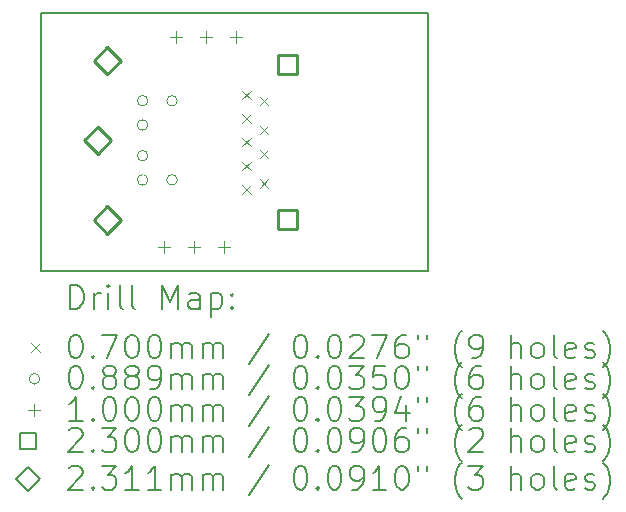
<source format=gbr>
%TF.GenerationSoftware,KiCad,Pcbnew,6.0.11-2627ca5db0~126~ubuntu22.04.1*%
%TF.CreationDate,2023-02-26T23:23:46+01:00*%
%TF.ProjectId,pmod,706d6f64-2e6b-4696-9361-645f70636258,0.7*%
%TF.SameCoordinates,Original*%
%TF.FileFunction,Drillmap*%
%TF.FilePolarity,Positive*%
%FSLAX45Y45*%
G04 Gerber Fmt 4.5, Leading zero omitted, Abs format (unit mm)*
G04 Created by KiCad (PCBNEW 6.0.11-2627ca5db0~126~ubuntu22.04.1) date 2023-02-26 23:23:46*
%MOMM*%
%LPD*%
G01*
G04 APERTURE LIST*
%ADD10C,0.150000*%
%ADD11C,0.200000*%
%ADD12C,0.070000*%
%ADD13C,0.088900*%
%ADD14C,0.100000*%
%ADD15C,0.230000*%
%ADD16C,0.231140*%
G04 APERTURE END LIST*
D10*
X13645600Y-6419300D02*
X16922200Y-6419300D01*
X16922200Y-6419300D02*
X16922200Y-8603700D01*
X16922200Y-8603700D02*
X13645600Y-8603700D01*
X13645600Y-8603700D02*
X13645600Y-6419300D01*
D11*
D12*
X15353300Y-7076500D02*
X15423300Y-7146500D01*
X15423300Y-7076500D02*
X15353300Y-7146500D01*
X15353300Y-7276500D02*
X15423300Y-7346500D01*
X15423300Y-7276500D02*
X15353300Y-7346500D01*
X15353300Y-7476500D02*
X15423300Y-7546500D01*
X15423300Y-7476500D02*
X15353300Y-7546500D01*
X15353300Y-7676500D02*
X15423300Y-7746500D01*
X15423300Y-7676500D02*
X15353300Y-7746500D01*
X15353300Y-7876500D02*
X15423300Y-7946500D01*
X15423300Y-7876500D02*
X15353300Y-7946500D01*
X15503300Y-7126500D02*
X15573300Y-7196500D01*
X15573300Y-7126500D02*
X15503300Y-7196500D01*
X15503300Y-7376500D02*
X15573300Y-7446500D01*
X15573300Y-7376500D02*
X15503300Y-7446500D01*
X15503300Y-7576500D02*
X15573300Y-7646500D01*
X15573300Y-7576500D02*
X15503300Y-7646500D01*
X15503300Y-7826500D02*
X15573300Y-7896500D01*
X15573300Y-7826500D02*
X15503300Y-7896500D01*
D13*
X14553650Y-7160980D02*
G75*
G03*
X14553650Y-7160980I-44450J0D01*
G01*
X14553650Y-7366720D02*
G75*
G03*
X14553650Y-7366720I-44450J0D01*
G01*
X14553650Y-7625800D02*
G75*
G03*
X14553650Y-7625800I-44450J0D01*
G01*
X14553650Y-7831540D02*
G75*
G03*
X14553650Y-7831540I-44450J0D01*
G01*
X14802570Y-7160980D02*
G75*
G03*
X14802570Y-7160980I-44450J0D01*
G01*
X14802570Y-7831540D02*
G75*
G03*
X14802570Y-7831540I-44450J0D01*
G01*
D14*
X14687000Y-8350500D02*
X14687000Y-8450500D01*
X14637000Y-8400500D02*
X14737000Y-8400500D01*
X14790100Y-6572500D02*
X14790100Y-6672500D01*
X14740100Y-6622500D02*
X14840100Y-6622500D01*
X14941000Y-8350500D02*
X14941000Y-8450500D01*
X14891000Y-8400500D02*
X14991000Y-8400500D01*
X15044100Y-6572500D02*
X15044100Y-6672500D01*
X14994100Y-6622500D02*
X15094100Y-6622500D01*
X15195000Y-8350500D02*
X15195000Y-8450500D01*
X15145000Y-8400500D02*
X15245000Y-8400500D01*
X15298100Y-6572500D02*
X15298100Y-6672500D01*
X15248100Y-6622500D02*
X15348100Y-6622500D01*
D15*
X15819618Y-6935818D02*
X15819618Y-6773182D01*
X15656982Y-6773182D01*
X15656982Y-6935818D01*
X15819618Y-6935818D01*
X15819618Y-8249818D02*
X15819618Y-8087182D01*
X15656982Y-8087182D01*
X15656982Y-8249818D01*
X15819618Y-8249818D01*
D16*
X14128200Y-7611830D02*
X14243770Y-7496260D01*
X14128200Y-7380690D01*
X14012630Y-7496260D01*
X14128200Y-7611830D01*
X14209480Y-6936190D02*
X14325050Y-6820620D01*
X14209480Y-6705050D01*
X14093910Y-6820620D01*
X14209480Y-6936190D01*
X14209480Y-8287470D02*
X14325050Y-8171900D01*
X14209480Y-8056330D01*
X14093910Y-8171900D01*
X14209480Y-8287470D01*
D11*
X13895719Y-8921676D02*
X13895719Y-8721676D01*
X13943338Y-8721676D01*
X13971909Y-8731200D01*
X13990957Y-8750248D01*
X14000481Y-8769295D01*
X14010005Y-8807390D01*
X14010005Y-8835962D01*
X14000481Y-8874057D01*
X13990957Y-8893105D01*
X13971909Y-8912152D01*
X13943338Y-8921676D01*
X13895719Y-8921676D01*
X14095719Y-8921676D02*
X14095719Y-8788343D01*
X14095719Y-8826438D02*
X14105243Y-8807390D01*
X14114767Y-8797867D01*
X14133814Y-8788343D01*
X14152862Y-8788343D01*
X14219528Y-8921676D02*
X14219528Y-8788343D01*
X14219528Y-8721676D02*
X14210005Y-8731200D01*
X14219528Y-8740724D01*
X14229052Y-8731200D01*
X14219528Y-8721676D01*
X14219528Y-8740724D01*
X14343338Y-8921676D02*
X14324290Y-8912152D01*
X14314767Y-8893105D01*
X14314767Y-8721676D01*
X14448100Y-8921676D02*
X14429052Y-8912152D01*
X14419528Y-8893105D01*
X14419528Y-8721676D01*
X14676671Y-8921676D02*
X14676671Y-8721676D01*
X14743338Y-8864533D01*
X14810005Y-8721676D01*
X14810005Y-8921676D01*
X14990957Y-8921676D02*
X14990957Y-8816914D01*
X14981433Y-8797867D01*
X14962386Y-8788343D01*
X14924290Y-8788343D01*
X14905243Y-8797867D01*
X14990957Y-8912152D02*
X14971909Y-8921676D01*
X14924290Y-8921676D01*
X14905243Y-8912152D01*
X14895719Y-8893105D01*
X14895719Y-8874057D01*
X14905243Y-8855010D01*
X14924290Y-8845486D01*
X14971909Y-8845486D01*
X14990957Y-8835962D01*
X15086195Y-8788343D02*
X15086195Y-8988343D01*
X15086195Y-8797867D02*
X15105243Y-8788343D01*
X15143338Y-8788343D01*
X15162386Y-8797867D01*
X15171909Y-8807390D01*
X15181433Y-8826438D01*
X15181433Y-8883581D01*
X15171909Y-8902629D01*
X15162386Y-8912152D01*
X15143338Y-8921676D01*
X15105243Y-8921676D01*
X15086195Y-8912152D01*
X15267148Y-8902629D02*
X15276671Y-8912152D01*
X15267148Y-8921676D01*
X15257624Y-8912152D01*
X15267148Y-8902629D01*
X15267148Y-8921676D01*
X15267148Y-8797867D02*
X15276671Y-8807390D01*
X15267148Y-8816914D01*
X15257624Y-8807390D01*
X15267148Y-8797867D01*
X15267148Y-8816914D01*
D12*
X13568100Y-9216200D02*
X13638100Y-9286200D01*
X13638100Y-9216200D02*
X13568100Y-9286200D01*
D11*
X13933814Y-9141676D02*
X13952862Y-9141676D01*
X13971909Y-9151200D01*
X13981433Y-9160724D01*
X13990957Y-9179771D01*
X14000481Y-9217867D01*
X14000481Y-9265486D01*
X13990957Y-9303581D01*
X13981433Y-9322629D01*
X13971909Y-9332152D01*
X13952862Y-9341676D01*
X13933814Y-9341676D01*
X13914767Y-9332152D01*
X13905243Y-9322629D01*
X13895719Y-9303581D01*
X13886195Y-9265486D01*
X13886195Y-9217867D01*
X13895719Y-9179771D01*
X13905243Y-9160724D01*
X13914767Y-9151200D01*
X13933814Y-9141676D01*
X14086195Y-9322629D02*
X14095719Y-9332152D01*
X14086195Y-9341676D01*
X14076671Y-9332152D01*
X14086195Y-9322629D01*
X14086195Y-9341676D01*
X14162386Y-9141676D02*
X14295719Y-9141676D01*
X14210005Y-9341676D01*
X14410005Y-9141676D02*
X14429052Y-9141676D01*
X14448100Y-9151200D01*
X14457624Y-9160724D01*
X14467148Y-9179771D01*
X14476671Y-9217867D01*
X14476671Y-9265486D01*
X14467148Y-9303581D01*
X14457624Y-9322629D01*
X14448100Y-9332152D01*
X14429052Y-9341676D01*
X14410005Y-9341676D01*
X14390957Y-9332152D01*
X14381433Y-9322629D01*
X14371909Y-9303581D01*
X14362386Y-9265486D01*
X14362386Y-9217867D01*
X14371909Y-9179771D01*
X14381433Y-9160724D01*
X14390957Y-9151200D01*
X14410005Y-9141676D01*
X14600481Y-9141676D02*
X14619528Y-9141676D01*
X14638576Y-9151200D01*
X14648100Y-9160724D01*
X14657624Y-9179771D01*
X14667148Y-9217867D01*
X14667148Y-9265486D01*
X14657624Y-9303581D01*
X14648100Y-9322629D01*
X14638576Y-9332152D01*
X14619528Y-9341676D01*
X14600481Y-9341676D01*
X14581433Y-9332152D01*
X14571909Y-9322629D01*
X14562386Y-9303581D01*
X14552862Y-9265486D01*
X14552862Y-9217867D01*
X14562386Y-9179771D01*
X14571909Y-9160724D01*
X14581433Y-9151200D01*
X14600481Y-9141676D01*
X14752862Y-9341676D02*
X14752862Y-9208343D01*
X14752862Y-9227390D02*
X14762386Y-9217867D01*
X14781433Y-9208343D01*
X14810005Y-9208343D01*
X14829052Y-9217867D01*
X14838576Y-9236914D01*
X14838576Y-9341676D01*
X14838576Y-9236914D02*
X14848100Y-9217867D01*
X14867148Y-9208343D01*
X14895719Y-9208343D01*
X14914767Y-9217867D01*
X14924290Y-9236914D01*
X14924290Y-9341676D01*
X15019528Y-9341676D02*
X15019528Y-9208343D01*
X15019528Y-9227390D02*
X15029052Y-9217867D01*
X15048100Y-9208343D01*
X15076671Y-9208343D01*
X15095719Y-9217867D01*
X15105243Y-9236914D01*
X15105243Y-9341676D01*
X15105243Y-9236914D02*
X15114767Y-9217867D01*
X15133814Y-9208343D01*
X15162386Y-9208343D01*
X15181433Y-9217867D01*
X15190957Y-9236914D01*
X15190957Y-9341676D01*
X15581433Y-9132152D02*
X15410005Y-9389295D01*
X15838576Y-9141676D02*
X15857624Y-9141676D01*
X15876671Y-9151200D01*
X15886195Y-9160724D01*
X15895719Y-9179771D01*
X15905243Y-9217867D01*
X15905243Y-9265486D01*
X15895719Y-9303581D01*
X15886195Y-9322629D01*
X15876671Y-9332152D01*
X15857624Y-9341676D01*
X15838576Y-9341676D01*
X15819528Y-9332152D01*
X15810005Y-9322629D01*
X15800481Y-9303581D01*
X15790957Y-9265486D01*
X15790957Y-9217867D01*
X15800481Y-9179771D01*
X15810005Y-9160724D01*
X15819528Y-9151200D01*
X15838576Y-9141676D01*
X15990957Y-9322629D02*
X16000481Y-9332152D01*
X15990957Y-9341676D01*
X15981433Y-9332152D01*
X15990957Y-9322629D01*
X15990957Y-9341676D01*
X16124290Y-9141676D02*
X16143338Y-9141676D01*
X16162386Y-9151200D01*
X16171909Y-9160724D01*
X16181433Y-9179771D01*
X16190957Y-9217867D01*
X16190957Y-9265486D01*
X16181433Y-9303581D01*
X16171909Y-9322629D01*
X16162386Y-9332152D01*
X16143338Y-9341676D01*
X16124290Y-9341676D01*
X16105243Y-9332152D01*
X16095719Y-9322629D01*
X16086195Y-9303581D01*
X16076671Y-9265486D01*
X16076671Y-9217867D01*
X16086195Y-9179771D01*
X16095719Y-9160724D01*
X16105243Y-9151200D01*
X16124290Y-9141676D01*
X16267148Y-9160724D02*
X16276671Y-9151200D01*
X16295719Y-9141676D01*
X16343338Y-9141676D01*
X16362386Y-9151200D01*
X16371909Y-9160724D01*
X16381433Y-9179771D01*
X16381433Y-9198819D01*
X16371909Y-9227390D01*
X16257624Y-9341676D01*
X16381433Y-9341676D01*
X16448100Y-9141676D02*
X16581433Y-9141676D01*
X16495719Y-9341676D01*
X16743338Y-9141676D02*
X16705243Y-9141676D01*
X16686195Y-9151200D01*
X16676671Y-9160724D01*
X16657624Y-9189295D01*
X16648100Y-9227390D01*
X16648100Y-9303581D01*
X16657624Y-9322629D01*
X16667148Y-9332152D01*
X16686195Y-9341676D01*
X16724290Y-9341676D01*
X16743338Y-9332152D01*
X16752862Y-9322629D01*
X16762386Y-9303581D01*
X16762386Y-9255962D01*
X16752862Y-9236914D01*
X16743338Y-9227390D01*
X16724290Y-9217867D01*
X16686195Y-9217867D01*
X16667148Y-9227390D01*
X16657624Y-9236914D01*
X16648100Y-9255962D01*
X16838576Y-9141676D02*
X16838576Y-9179771D01*
X16914767Y-9141676D02*
X16914767Y-9179771D01*
X17210005Y-9417867D02*
X17200481Y-9408343D01*
X17181433Y-9379771D01*
X17171910Y-9360724D01*
X17162386Y-9332152D01*
X17152862Y-9284533D01*
X17152862Y-9246438D01*
X17162386Y-9198819D01*
X17171910Y-9170248D01*
X17181433Y-9151200D01*
X17200481Y-9122629D01*
X17210005Y-9113105D01*
X17295719Y-9341676D02*
X17333814Y-9341676D01*
X17352862Y-9332152D01*
X17362386Y-9322629D01*
X17381433Y-9294057D01*
X17390957Y-9255962D01*
X17390957Y-9179771D01*
X17381433Y-9160724D01*
X17371910Y-9151200D01*
X17352862Y-9141676D01*
X17314767Y-9141676D01*
X17295719Y-9151200D01*
X17286195Y-9160724D01*
X17276671Y-9179771D01*
X17276671Y-9227390D01*
X17286195Y-9246438D01*
X17295719Y-9255962D01*
X17314767Y-9265486D01*
X17352862Y-9265486D01*
X17371910Y-9255962D01*
X17381433Y-9246438D01*
X17390957Y-9227390D01*
X17629052Y-9341676D02*
X17629052Y-9141676D01*
X17714767Y-9341676D02*
X17714767Y-9236914D01*
X17705243Y-9217867D01*
X17686195Y-9208343D01*
X17657624Y-9208343D01*
X17638576Y-9217867D01*
X17629052Y-9227390D01*
X17838576Y-9341676D02*
X17819529Y-9332152D01*
X17810005Y-9322629D01*
X17800481Y-9303581D01*
X17800481Y-9246438D01*
X17810005Y-9227390D01*
X17819529Y-9217867D01*
X17838576Y-9208343D01*
X17867148Y-9208343D01*
X17886195Y-9217867D01*
X17895719Y-9227390D01*
X17905243Y-9246438D01*
X17905243Y-9303581D01*
X17895719Y-9322629D01*
X17886195Y-9332152D01*
X17867148Y-9341676D01*
X17838576Y-9341676D01*
X18019529Y-9341676D02*
X18000481Y-9332152D01*
X17990957Y-9313105D01*
X17990957Y-9141676D01*
X18171910Y-9332152D02*
X18152862Y-9341676D01*
X18114767Y-9341676D01*
X18095719Y-9332152D01*
X18086195Y-9313105D01*
X18086195Y-9236914D01*
X18095719Y-9217867D01*
X18114767Y-9208343D01*
X18152862Y-9208343D01*
X18171910Y-9217867D01*
X18181433Y-9236914D01*
X18181433Y-9255962D01*
X18086195Y-9275010D01*
X18257624Y-9332152D02*
X18276671Y-9341676D01*
X18314767Y-9341676D01*
X18333814Y-9332152D01*
X18343338Y-9313105D01*
X18343338Y-9303581D01*
X18333814Y-9284533D01*
X18314767Y-9275010D01*
X18286195Y-9275010D01*
X18267148Y-9265486D01*
X18257624Y-9246438D01*
X18257624Y-9236914D01*
X18267148Y-9217867D01*
X18286195Y-9208343D01*
X18314767Y-9208343D01*
X18333814Y-9217867D01*
X18410005Y-9417867D02*
X18419529Y-9408343D01*
X18438576Y-9379771D01*
X18448100Y-9360724D01*
X18457624Y-9332152D01*
X18467148Y-9284533D01*
X18467148Y-9246438D01*
X18457624Y-9198819D01*
X18448100Y-9170248D01*
X18438576Y-9151200D01*
X18419529Y-9122629D01*
X18410005Y-9113105D01*
D13*
X13638100Y-9515200D02*
G75*
G03*
X13638100Y-9515200I-44450J0D01*
G01*
D11*
X13933814Y-9405676D02*
X13952862Y-9405676D01*
X13971909Y-9415200D01*
X13981433Y-9424724D01*
X13990957Y-9443771D01*
X14000481Y-9481867D01*
X14000481Y-9529486D01*
X13990957Y-9567581D01*
X13981433Y-9586629D01*
X13971909Y-9596152D01*
X13952862Y-9605676D01*
X13933814Y-9605676D01*
X13914767Y-9596152D01*
X13905243Y-9586629D01*
X13895719Y-9567581D01*
X13886195Y-9529486D01*
X13886195Y-9481867D01*
X13895719Y-9443771D01*
X13905243Y-9424724D01*
X13914767Y-9415200D01*
X13933814Y-9405676D01*
X14086195Y-9586629D02*
X14095719Y-9596152D01*
X14086195Y-9605676D01*
X14076671Y-9596152D01*
X14086195Y-9586629D01*
X14086195Y-9605676D01*
X14210005Y-9491390D02*
X14190957Y-9481867D01*
X14181433Y-9472343D01*
X14171909Y-9453295D01*
X14171909Y-9443771D01*
X14181433Y-9424724D01*
X14190957Y-9415200D01*
X14210005Y-9405676D01*
X14248100Y-9405676D01*
X14267148Y-9415200D01*
X14276671Y-9424724D01*
X14286195Y-9443771D01*
X14286195Y-9453295D01*
X14276671Y-9472343D01*
X14267148Y-9481867D01*
X14248100Y-9491390D01*
X14210005Y-9491390D01*
X14190957Y-9500914D01*
X14181433Y-9510438D01*
X14171909Y-9529486D01*
X14171909Y-9567581D01*
X14181433Y-9586629D01*
X14190957Y-9596152D01*
X14210005Y-9605676D01*
X14248100Y-9605676D01*
X14267148Y-9596152D01*
X14276671Y-9586629D01*
X14286195Y-9567581D01*
X14286195Y-9529486D01*
X14276671Y-9510438D01*
X14267148Y-9500914D01*
X14248100Y-9491390D01*
X14400481Y-9491390D02*
X14381433Y-9481867D01*
X14371909Y-9472343D01*
X14362386Y-9453295D01*
X14362386Y-9443771D01*
X14371909Y-9424724D01*
X14381433Y-9415200D01*
X14400481Y-9405676D01*
X14438576Y-9405676D01*
X14457624Y-9415200D01*
X14467148Y-9424724D01*
X14476671Y-9443771D01*
X14476671Y-9453295D01*
X14467148Y-9472343D01*
X14457624Y-9481867D01*
X14438576Y-9491390D01*
X14400481Y-9491390D01*
X14381433Y-9500914D01*
X14371909Y-9510438D01*
X14362386Y-9529486D01*
X14362386Y-9567581D01*
X14371909Y-9586629D01*
X14381433Y-9596152D01*
X14400481Y-9605676D01*
X14438576Y-9605676D01*
X14457624Y-9596152D01*
X14467148Y-9586629D01*
X14476671Y-9567581D01*
X14476671Y-9529486D01*
X14467148Y-9510438D01*
X14457624Y-9500914D01*
X14438576Y-9491390D01*
X14571909Y-9605676D02*
X14610005Y-9605676D01*
X14629052Y-9596152D01*
X14638576Y-9586629D01*
X14657624Y-9558057D01*
X14667148Y-9519962D01*
X14667148Y-9443771D01*
X14657624Y-9424724D01*
X14648100Y-9415200D01*
X14629052Y-9405676D01*
X14590957Y-9405676D01*
X14571909Y-9415200D01*
X14562386Y-9424724D01*
X14552862Y-9443771D01*
X14552862Y-9491390D01*
X14562386Y-9510438D01*
X14571909Y-9519962D01*
X14590957Y-9529486D01*
X14629052Y-9529486D01*
X14648100Y-9519962D01*
X14657624Y-9510438D01*
X14667148Y-9491390D01*
X14752862Y-9605676D02*
X14752862Y-9472343D01*
X14752862Y-9491390D02*
X14762386Y-9481867D01*
X14781433Y-9472343D01*
X14810005Y-9472343D01*
X14829052Y-9481867D01*
X14838576Y-9500914D01*
X14838576Y-9605676D01*
X14838576Y-9500914D02*
X14848100Y-9481867D01*
X14867148Y-9472343D01*
X14895719Y-9472343D01*
X14914767Y-9481867D01*
X14924290Y-9500914D01*
X14924290Y-9605676D01*
X15019528Y-9605676D02*
X15019528Y-9472343D01*
X15019528Y-9491390D02*
X15029052Y-9481867D01*
X15048100Y-9472343D01*
X15076671Y-9472343D01*
X15095719Y-9481867D01*
X15105243Y-9500914D01*
X15105243Y-9605676D01*
X15105243Y-9500914D02*
X15114767Y-9481867D01*
X15133814Y-9472343D01*
X15162386Y-9472343D01*
X15181433Y-9481867D01*
X15190957Y-9500914D01*
X15190957Y-9605676D01*
X15581433Y-9396152D02*
X15410005Y-9653295D01*
X15838576Y-9405676D02*
X15857624Y-9405676D01*
X15876671Y-9415200D01*
X15886195Y-9424724D01*
X15895719Y-9443771D01*
X15905243Y-9481867D01*
X15905243Y-9529486D01*
X15895719Y-9567581D01*
X15886195Y-9586629D01*
X15876671Y-9596152D01*
X15857624Y-9605676D01*
X15838576Y-9605676D01*
X15819528Y-9596152D01*
X15810005Y-9586629D01*
X15800481Y-9567581D01*
X15790957Y-9529486D01*
X15790957Y-9481867D01*
X15800481Y-9443771D01*
X15810005Y-9424724D01*
X15819528Y-9415200D01*
X15838576Y-9405676D01*
X15990957Y-9586629D02*
X16000481Y-9596152D01*
X15990957Y-9605676D01*
X15981433Y-9596152D01*
X15990957Y-9586629D01*
X15990957Y-9605676D01*
X16124290Y-9405676D02*
X16143338Y-9405676D01*
X16162386Y-9415200D01*
X16171909Y-9424724D01*
X16181433Y-9443771D01*
X16190957Y-9481867D01*
X16190957Y-9529486D01*
X16181433Y-9567581D01*
X16171909Y-9586629D01*
X16162386Y-9596152D01*
X16143338Y-9605676D01*
X16124290Y-9605676D01*
X16105243Y-9596152D01*
X16095719Y-9586629D01*
X16086195Y-9567581D01*
X16076671Y-9529486D01*
X16076671Y-9481867D01*
X16086195Y-9443771D01*
X16095719Y-9424724D01*
X16105243Y-9415200D01*
X16124290Y-9405676D01*
X16257624Y-9405676D02*
X16381433Y-9405676D01*
X16314767Y-9481867D01*
X16343338Y-9481867D01*
X16362386Y-9491390D01*
X16371909Y-9500914D01*
X16381433Y-9519962D01*
X16381433Y-9567581D01*
X16371909Y-9586629D01*
X16362386Y-9596152D01*
X16343338Y-9605676D01*
X16286195Y-9605676D01*
X16267148Y-9596152D01*
X16257624Y-9586629D01*
X16562386Y-9405676D02*
X16467148Y-9405676D01*
X16457624Y-9500914D01*
X16467148Y-9491390D01*
X16486195Y-9481867D01*
X16533814Y-9481867D01*
X16552862Y-9491390D01*
X16562386Y-9500914D01*
X16571909Y-9519962D01*
X16571909Y-9567581D01*
X16562386Y-9586629D01*
X16552862Y-9596152D01*
X16533814Y-9605676D01*
X16486195Y-9605676D01*
X16467148Y-9596152D01*
X16457624Y-9586629D01*
X16695719Y-9405676D02*
X16714767Y-9405676D01*
X16733814Y-9415200D01*
X16743338Y-9424724D01*
X16752862Y-9443771D01*
X16762386Y-9481867D01*
X16762386Y-9529486D01*
X16752862Y-9567581D01*
X16743338Y-9586629D01*
X16733814Y-9596152D01*
X16714767Y-9605676D01*
X16695719Y-9605676D01*
X16676671Y-9596152D01*
X16667148Y-9586629D01*
X16657624Y-9567581D01*
X16648100Y-9529486D01*
X16648100Y-9481867D01*
X16657624Y-9443771D01*
X16667148Y-9424724D01*
X16676671Y-9415200D01*
X16695719Y-9405676D01*
X16838576Y-9405676D02*
X16838576Y-9443771D01*
X16914767Y-9405676D02*
X16914767Y-9443771D01*
X17210005Y-9681867D02*
X17200481Y-9672343D01*
X17181433Y-9643771D01*
X17171910Y-9624724D01*
X17162386Y-9596152D01*
X17152862Y-9548533D01*
X17152862Y-9510438D01*
X17162386Y-9462819D01*
X17171910Y-9434248D01*
X17181433Y-9415200D01*
X17200481Y-9386629D01*
X17210005Y-9377105D01*
X17371910Y-9405676D02*
X17333814Y-9405676D01*
X17314767Y-9415200D01*
X17305243Y-9424724D01*
X17286195Y-9453295D01*
X17276671Y-9491390D01*
X17276671Y-9567581D01*
X17286195Y-9586629D01*
X17295719Y-9596152D01*
X17314767Y-9605676D01*
X17352862Y-9605676D01*
X17371910Y-9596152D01*
X17381433Y-9586629D01*
X17390957Y-9567581D01*
X17390957Y-9519962D01*
X17381433Y-9500914D01*
X17371910Y-9491390D01*
X17352862Y-9481867D01*
X17314767Y-9481867D01*
X17295719Y-9491390D01*
X17286195Y-9500914D01*
X17276671Y-9519962D01*
X17629052Y-9605676D02*
X17629052Y-9405676D01*
X17714767Y-9605676D02*
X17714767Y-9500914D01*
X17705243Y-9481867D01*
X17686195Y-9472343D01*
X17657624Y-9472343D01*
X17638576Y-9481867D01*
X17629052Y-9491390D01*
X17838576Y-9605676D02*
X17819529Y-9596152D01*
X17810005Y-9586629D01*
X17800481Y-9567581D01*
X17800481Y-9510438D01*
X17810005Y-9491390D01*
X17819529Y-9481867D01*
X17838576Y-9472343D01*
X17867148Y-9472343D01*
X17886195Y-9481867D01*
X17895719Y-9491390D01*
X17905243Y-9510438D01*
X17905243Y-9567581D01*
X17895719Y-9586629D01*
X17886195Y-9596152D01*
X17867148Y-9605676D01*
X17838576Y-9605676D01*
X18019529Y-9605676D02*
X18000481Y-9596152D01*
X17990957Y-9577105D01*
X17990957Y-9405676D01*
X18171910Y-9596152D02*
X18152862Y-9605676D01*
X18114767Y-9605676D01*
X18095719Y-9596152D01*
X18086195Y-9577105D01*
X18086195Y-9500914D01*
X18095719Y-9481867D01*
X18114767Y-9472343D01*
X18152862Y-9472343D01*
X18171910Y-9481867D01*
X18181433Y-9500914D01*
X18181433Y-9519962D01*
X18086195Y-9539010D01*
X18257624Y-9596152D02*
X18276671Y-9605676D01*
X18314767Y-9605676D01*
X18333814Y-9596152D01*
X18343338Y-9577105D01*
X18343338Y-9567581D01*
X18333814Y-9548533D01*
X18314767Y-9539010D01*
X18286195Y-9539010D01*
X18267148Y-9529486D01*
X18257624Y-9510438D01*
X18257624Y-9500914D01*
X18267148Y-9481867D01*
X18286195Y-9472343D01*
X18314767Y-9472343D01*
X18333814Y-9481867D01*
X18410005Y-9681867D02*
X18419529Y-9672343D01*
X18438576Y-9643771D01*
X18448100Y-9624724D01*
X18457624Y-9596152D01*
X18467148Y-9548533D01*
X18467148Y-9510438D01*
X18457624Y-9462819D01*
X18448100Y-9434248D01*
X18438576Y-9415200D01*
X18419529Y-9386629D01*
X18410005Y-9377105D01*
D14*
X13588100Y-9729200D02*
X13588100Y-9829200D01*
X13538100Y-9779200D02*
X13638100Y-9779200D01*
D11*
X14000481Y-9869676D02*
X13886195Y-9869676D01*
X13943338Y-9869676D02*
X13943338Y-9669676D01*
X13924290Y-9698248D01*
X13905243Y-9717295D01*
X13886195Y-9726819D01*
X14086195Y-9850629D02*
X14095719Y-9860152D01*
X14086195Y-9869676D01*
X14076671Y-9860152D01*
X14086195Y-9850629D01*
X14086195Y-9869676D01*
X14219528Y-9669676D02*
X14238576Y-9669676D01*
X14257624Y-9679200D01*
X14267148Y-9688724D01*
X14276671Y-9707771D01*
X14286195Y-9745867D01*
X14286195Y-9793486D01*
X14276671Y-9831581D01*
X14267148Y-9850629D01*
X14257624Y-9860152D01*
X14238576Y-9869676D01*
X14219528Y-9869676D01*
X14200481Y-9860152D01*
X14190957Y-9850629D01*
X14181433Y-9831581D01*
X14171909Y-9793486D01*
X14171909Y-9745867D01*
X14181433Y-9707771D01*
X14190957Y-9688724D01*
X14200481Y-9679200D01*
X14219528Y-9669676D01*
X14410005Y-9669676D02*
X14429052Y-9669676D01*
X14448100Y-9679200D01*
X14457624Y-9688724D01*
X14467148Y-9707771D01*
X14476671Y-9745867D01*
X14476671Y-9793486D01*
X14467148Y-9831581D01*
X14457624Y-9850629D01*
X14448100Y-9860152D01*
X14429052Y-9869676D01*
X14410005Y-9869676D01*
X14390957Y-9860152D01*
X14381433Y-9850629D01*
X14371909Y-9831581D01*
X14362386Y-9793486D01*
X14362386Y-9745867D01*
X14371909Y-9707771D01*
X14381433Y-9688724D01*
X14390957Y-9679200D01*
X14410005Y-9669676D01*
X14600481Y-9669676D02*
X14619528Y-9669676D01*
X14638576Y-9679200D01*
X14648100Y-9688724D01*
X14657624Y-9707771D01*
X14667148Y-9745867D01*
X14667148Y-9793486D01*
X14657624Y-9831581D01*
X14648100Y-9850629D01*
X14638576Y-9860152D01*
X14619528Y-9869676D01*
X14600481Y-9869676D01*
X14581433Y-9860152D01*
X14571909Y-9850629D01*
X14562386Y-9831581D01*
X14552862Y-9793486D01*
X14552862Y-9745867D01*
X14562386Y-9707771D01*
X14571909Y-9688724D01*
X14581433Y-9679200D01*
X14600481Y-9669676D01*
X14752862Y-9869676D02*
X14752862Y-9736343D01*
X14752862Y-9755390D02*
X14762386Y-9745867D01*
X14781433Y-9736343D01*
X14810005Y-9736343D01*
X14829052Y-9745867D01*
X14838576Y-9764914D01*
X14838576Y-9869676D01*
X14838576Y-9764914D02*
X14848100Y-9745867D01*
X14867148Y-9736343D01*
X14895719Y-9736343D01*
X14914767Y-9745867D01*
X14924290Y-9764914D01*
X14924290Y-9869676D01*
X15019528Y-9869676D02*
X15019528Y-9736343D01*
X15019528Y-9755390D02*
X15029052Y-9745867D01*
X15048100Y-9736343D01*
X15076671Y-9736343D01*
X15095719Y-9745867D01*
X15105243Y-9764914D01*
X15105243Y-9869676D01*
X15105243Y-9764914D02*
X15114767Y-9745867D01*
X15133814Y-9736343D01*
X15162386Y-9736343D01*
X15181433Y-9745867D01*
X15190957Y-9764914D01*
X15190957Y-9869676D01*
X15581433Y-9660152D02*
X15410005Y-9917295D01*
X15838576Y-9669676D02*
X15857624Y-9669676D01*
X15876671Y-9679200D01*
X15886195Y-9688724D01*
X15895719Y-9707771D01*
X15905243Y-9745867D01*
X15905243Y-9793486D01*
X15895719Y-9831581D01*
X15886195Y-9850629D01*
X15876671Y-9860152D01*
X15857624Y-9869676D01*
X15838576Y-9869676D01*
X15819528Y-9860152D01*
X15810005Y-9850629D01*
X15800481Y-9831581D01*
X15790957Y-9793486D01*
X15790957Y-9745867D01*
X15800481Y-9707771D01*
X15810005Y-9688724D01*
X15819528Y-9679200D01*
X15838576Y-9669676D01*
X15990957Y-9850629D02*
X16000481Y-9860152D01*
X15990957Y-9869676D01*
X15981433Y-9860152D01*
X15990957Y-9850629D01*
X15990957Y-9869676D01*
X16124290Y-9669676D02*
X16143338Y-9669676D01*
X16162386Y-9679200D01*
X16171909Y-9688724D01*
X16181433Y-9707771D01*
X16190957Y-9745867D01*
X16190957Y-9793486D01*
X16181433Y-9831581D01*
X16171909Y-9850629D01*
X16162386Y-9860152D01*
X16143338Y-9869676D01*
X16124290Y-9869676D01*
X16105243Y-9860152D01*
X16095719Y-9850629D01*
X16086195Y-9831581D01*
X16076671Y-9793486D01*
X16076671Y-9745867D01*
X16086195Y-9707771D01*
X16095719Y-9688724D01*
X16105243Y-9679200D01*
X16124290Y-9669676D01*
X16257624Y-9669676D02*
X16381433Y-9669676D01*
X16314767Y-9745867D01*
X16343338Y-9745867D01*
X16362386Y-9755390D01*
X16371909Y-9764914D01*
X16381433Y-9783962D01*
X16381433Y-9831581D01*
X16371909Y-9850629D01*
X16362386Y-9860152D01*
X16343338Y-9869676D01*
X16286195Y-9869676D01*
X16267148Y-9860152D01*
X16257624Y-9850629D01*
X16476671Y-9869676D02*
X16514767Y-9869676D01*
X16533814Y-9860152D01*
X16543338Y-9850629D01*
X16562386Y-9822057D01*
X16571909Y-9783962D01*
X16571909Y-9707771D01*
X16562386Y-9688724D01*
X16552862Y-9679200D01*
X16533814Y-9669676D01*
X16495719Y-9669676D01*
X16476671Y-9679200D01*
X16467148Y-9688724D01*
X16457624Y-9707771D01*
X16457624Y-9755390D01*
X16467148Y-9774438D01*
X16476671Y-9783962D01*
X16495719Y-9793486D01*
X16533814Y-9793486D01*
X16552862Y-9783962D01*
X16562386Y-9774438D01*
X16571909Y-9755390D01*
X16743338Y-9736343D02*
X16743338Y-9869676D01*
X16695719Y-9660152D02*
X16648100Y-9803010D01*
X16771909Y-9803010D01*
X16838576Y-9669676D02*
X16838576Y-9707771D01*
X16914767Y-9669676D02*
X16914767Y-9707771D01*
X17210005Y-9945867D02*
X17200481Y-9936343D01*
X17181433Y-9907771D01*
X17171910Y-9888724D01*
X17162386Y-9860152D01*
X17152862Y-9812533D01*
X17152862Y-9774438D01*
X17162386Y-9726819D01*
X17171910Y-9698248D01*
X17181433Y-9679200D01*
X17200481Y-9650629D01*
X17210005Y-9641105D01*
X17371910Y-9669676D02*
X17333814Y-9669676D01*
X17314767Y-9679200D01*
X17305243Y-9688724D01*
X17286195Y-9717295D01*
X17276671Y-9755390D01*
X17276671Y-9831581D01*
X17286195Y-9850629D01*
X17295719Y-9860152D01*
X17314767Y-9869676D01*
X17352862Y-9869676D01*
X17371910Y-9860152D01*
X17381433Y-9850629D01*
X17390957Y-9831581D01*
X17390957Y-9783962D01*
X17381433Y-9764914D01*
X17371910Y-9755390D01*
X17352862Y-9745867D01*
X17314767Y-9745867D01*
X17295719Y-9755390D01*
X17286195Y-9764914D01*
X17276671Y-9783962D01*
X17629052Y-9869676D02*
X17629052Y-9669676D01*
X17714767Y-9869676D02*
X17714767Y-9764914D01*
X17705243Y-9745867D01*
X17686195Y-9736343D01*
X17657624Y-9736343D01*
X17638576Y-9745867D01*
X17629052Y-9755390D01*
X17838576Y-9869676D02*
X17819529Y-9860152D01*
X17810005Y-9850629D01*
X17800481Y-9831581D01*
X17800481Y-9774438D01*
X17810005Y-9755390D01*
X17819529Y-9745867D01*
X17838576Y-9736343D01*
X17867148Y-9736343D01*
X17886195Y-9745867D01*
X17895719Y-9755390D01*
X17905243Y-9774438D01*
X17905243Y-9831581D01*
X17895719Y-9850629D01*
X17886195Y-9860152D01*
X17867148Y-9869676D01*
X17838576Y-9869676D01*
X18019529Y-9869676D02*
X18000481Y-9860152D01*
X17990957Y-9841105D01*
X17990957Y-9669676D01*
X18171910Y-9860152D02*
X18152862Y-9869676D01*
X18114767Y-9869676D01*
X18095719Y-9860152D01*
X18086195Y-9841105D01*
X18086195Y-9764914D01*
X18095719Y-9745867D01*
X18114767Y-9736343D01*
X18152862Y-9736343D01*
X18171910Y-9745867D01*
X18181433Y-9764914D01*
X18181433Y-9783962D01*
X18086195Y-9803010D01*
X18257624Y-9860152D02*
X18276671Y-9869676D01*
X18314767Y-9869676D01*
X18333814Y-9860152D01*
X18343338Y-9841105D01*
X18343338Y-9831581D01*
X18333814Y-9812533D01*
X18314767Y-9803010D01*
X18286195Y-9803010D01*
X18267148Y-9793486D01*
X18257624Y-9774438D01*
X18257624Y-9764914D01*
X18267148Y-9745867D01*
X18286195Y-9736343D01*
X18314767Y-9736343D01*
X18333814Y-9745867D01*
X18410005Y-9945867D02*
X18419529Y-9936343D01*
X18438576Y-9907771D01*
X18448100Y-9888724D01*
X18457624Y-9860152D01*
X18467148Y-9812533D01*
X18467148Y-9774438D01*
X18457624Y-9726819D01*
X18448100Y-9698248D01*
X18438576Y-9679200D01*
X18419529Y-9650629D01*
X18410005Y-9641105D01*
X13608811Y-10113911D02*
X13608811Y-9972489D01*
X13467389Y-9972489D01*
X13467389Y-10113911D01*
X13608811Y-10113911D01*
X13886195Y-9952724D02*
X13895719Y-9943200D01*
X13914767Y-9933676D01*
X13962386Y-9933676D01*
X13981433Y-9943200D01*
X13990957Y-9952724D01*
X14000481Y-9971771D01*
X14000481Y-9990819D01*
X13990957Y-10019390D01*
X13876671Y-10133676D01*
X14000481Y-10133676D01*
X14086195Y-10114629D02*
X14095719Y-10124152D01*
X14086195Y-10133676D01*
X14076671Y-10124152D01*
X14086195Y-10114629D01*
X14086195Y-10133676D01*
X14162386Y-9933676D02*
X14286195Y-9933676D01*
X14219528Y-10009867D01*
X14248100Y-10009867D01*
X14267148Y-10019390D01*
X14276671Y-10028914D01*
X14286195Y-10047962D01*
X14286195Y-10095581D01*
X14276671Y-10114629D01*
X14267148Y-10124152D01*
X14248100Y-10133676D01*
X14190957Y-10133676D01*
X14171909Y-10124152D01*
X14162386Y-10114629D01*
X14410005Y-9933676D02*
X14429052Y-9933676D01*
X14448100Y-9943200D01*
X14457624Y-9952724D01*
X14467148Y-9971771D01*
X14476671Y-10009867D01*
X14476671Y-10057486D01*
X14467148Y-10095581D01*
X14457624Y-10114629D01*
X14448100Y-10124152D01*
X14429052Y-10133676D01*
X14410005Y-10133676D01*
X14390957Y-10124152D01*
X14381433Y-10114629D01*
X14371909Y-10095581D01*
X14362386Y-10057486D01*
X14362386Y-10009867D01*
X14371909Y-9971771D01*
X14381433Y-9952724D01*
X14390957Y-9943200D01*
X14410005Y-9933676D01*
X14600481Y-9933676D02*
X14619528Y-9933676D01*
X14638576Y-9943200D01*
X14648100Y-9952724D01*
X14657624Y-9971771D01*
X14667148Y-10009867D01*
X14667148Y-10057486D01*
X14657624Y-10095581D01*
X14648100Y-10114629D01*
X14638576Y-10124152D01*
X14619528Y-10133676D01*
X14600481Y-10133676D01*
X14581433Y-10124152D01*
X14571909Y-10114629D01*
X14562386Y-10095581D01*
X14552862Y-10057486D01*
X14552862Y-10009867D01*
X14562386Y-9971771D01*
X14571909Y-9952724D01*
X14581433Y-9943200D01*
X14600481Y-9933676D01*
X14752862Y-10133676D02*
X14752862Y-10000343D01*
X14752862Y-10019390D02*
X14762386Y-10009867D01*
X14781433Y-10000343D01*
X14810005Y-10000343D01*
X14829052Y-10009867D01*
X14838576Y-10028914D01*
X14838576Y-10133676D01*
X14838576Y-10028914D02*
X14848100Y-10009867D01*
X14867148Y-10000343D01*
X14895719Y-10000343D01*
X14914767Y-10009867D01*
X14924290Y-10028914D01*
X14924290Y-10133676D01*
X15019528Y-10133676D02*
X15019528Y-10000343D01*
X15019528Y-10019390D02*
X15029052Y-10009867D01*
X15048100Y-10000343D01*
X15076671Y-10000343D01*
X15095719Y-10009867D01*
X15105243Y-10028914D01*
X15105243Y-10133676D01*
X15105243Y-10028914D02*
X15114767Y-10009867D01*
X15133814Y-10000343D01*
X15162386Y-10000343D01*
X15181433Y-10009867D01*
X15190957Y-10028914D01*
X15190957Y-10133676D01*
X15581433Y-9924152D02*
X15410005Y-10181295D01*
X15838576Y-9933676D02*
X15857624Y-9933676D01*
X15876671Y-9943200D01*
X15886195Y-9952724D01*
X15895719Y-9971771D01*
X15905243Y-10009867D01*
X15905243Y-10057486D01*
X15895719Y-10095581D01*
X15886195Y-10114629D01*
X15876671Y-10124152D01*
X15857624Y-10133676D01*
X15838576Y-10133676D01*
X15819528Y-10124152D01*
X15810005Y-10114629D01*
X15800481Y-10095581D01*
X15790957Y-10057486D01*
X15790957Y-10009867D01*
X15800481Y-9971771D01*
X15810005Y-9952724D01*
X15819528Y-9943200D01*
X15838576Y-9933676D01*
X15990957Y-10114629D02*
X16000481Y-10124152D01*
X15990957Y-10133676D01*
X15981433Y-10124152D01*
X15990957Y-10114629D01*
X15990957Y-10133676D01*
X16124290Y-9933676D02*
X16143338Y-9933676D01*
X16162386Y-9943200D01*
X16171909Y-9952724D01*
X16181433Y-9971771D01*
X16190957Y-10009867D01*
X16190957Y-10057486D01*
X16181433Y-10095581D01*
X16171909Y-10114629D01*
X16162386Y-10124152D01*
X16143338Y-10133676D01*
X16124290Y-10133676D01*
X16105243Y-10124152D01*
X16095719Y-10114629D01*
X16086195Y-10095581D01*
X16076671Y-10057486D01*
X16076671Y-10009867D01*
X16086195Y-9971771D01*
X16095719Y-9952724D01*
X16105243Y-9943200D01*
X16124290Y-9933676D01*
X16286195Y-10133676D02*
X16324290Y-10133676D01*
X16343338Y-10124152D01*
X16352862Y-10114629D01*
X16371909Y-10086057D01*
X16381433Y-10047962D01*
X16381433Y-9971771D01*
X16371909Y-9952724D01*
X16362386Y-9943200D01*
X16343338Y-9933676D01*
X16305243Y-9933676D01*
X16286195Y-9943200D01*
X16276671Y-9952724D01*
X16267148Y-9971771D01*
X16267148Y-10019390D01*
X16276671Y-10038438D01*
X16286195Y-10047962D01*
X16305243Y-10057486D01*
X16343338Y-10057486D01*
X16362386Y-10047962D01*
X16371909Y-10038438D01*
X16381433Y-10019390D01*
X16505243Y-9933676D02*
X16524290Y-9933676D01*
X16543338Y-9943200D01*
X16552862Y-9952724D01*
X16562386Y-9971771D01*
X16571909Y-10009867D01*
X16571909Y-10057486D01*
X16562386Y-10095581D01*
X16552862Y-10114629D01*
X16543338Y-10124152D01*
X16524290Y-10133676D01*
X16505243Y-10133676D01*
X16486195Y-10124152D01*
X16476671Y-10114629D01*
X16467148Y-10095581D01*
X16457624Y-10057486D01*
X16457624Y-10009867D01*
X16467148Y-9971771D01*
X16476671Y-9952724D01*
X16486195Y-9943200D01*
X16505243Y-9933676D01*
X16743338Y-9933676D02*
X16705243Y-9933676D01*
X16686195Y-9943200D01*
X16676671Y-9952724D01*
X16657624Y-9981295D01*
X16648100Y-10019390D01*
X16648100Y-10095581D01*
X16657624Y-10114629D01*
X16667148Y-10124152D01*
X16686195Y-10133676D01*
X16724290Y-10133676D01*
X16743338Y-10124152D01*
X16752862Y-10114629D01*
X16762386Y-10095581D01*
X16762386Y-10047962D01*
X16752862Y-10028914D01*
X16743338Y-10019390D01*
X16724290Y-10009867D01*
X16686195Y-10009867D01*
X16667148Y-10019390D01*
X16657624Y-10028914D01*
X16648100Y-10047962D01*
X16838576Y-9933676D02*
X16838576Y-9971771D01*
X16914767Y-9933676D02*
X16914767Y-9971771D01*
X17210005Y-10209867D02*
X17200481Y-10200343D01*
X17181433Y-10171771D01*
X17171910Y-10152724D01*
X17162386Y-10124152D01*
X17152862Y-10076533D01*
X17152862Y-10038438D01*
X17162386Y-9990819D01*
X17171910Y-9962248D01*
X17181433Y-9943200D01*
X17200481Y-9914629D01*
X17210005Y-9905105D01*
X17276671Y-9952724D02*
X17286195Y-9943200D01*
X17305243Y-9933676D01*
X17352862Y-9933676D01*
X17371910Y-9943200D01*
X17381433Y-9952724D01*
X17390957Y-9971771D01*
X17390957Y-9990819D01*
X17381433Y-10019390D01*
X17267148Y-10133676D01*
X17390957Y-10133676D01*
X17629052Y-10133676D02*
X17629052Y-9933676D01*
X17714767Y-10133676D02*
X17714767Y-10028914D01*
X17705243Y-10009867D01*
X17686195Y-10000343D01*
X17657624Y-10000343D01*
X17638576Y-10009867D01*
X17629052Y-10019390D01*
X17838576Y-10133676D02*
X17819529Y-10124152D01*
X17810005Y-10114629D01*
X17800481Y-10095581D01*
X17800481Y-10038438D01*
X17810005Y-10019390D01*
X17819529Y-10009867D01*
X17838576Y-10000343D01*
X17867148Y-10000343D01*
X17886195Y-10009867D01*
X17895719Y-10019390D01*
X17905243Y-10038438D01*
X17905243Y-10095581D01*
X17895719Y-10114629D01*
X17886195Y-10124152D01*
X17867148Y-10133676D01*
X17838576Y-10133676D01*
X18019529Y-10133676D02*
X18000481Y-10124152D01*
X17990957Y-10105105D01*
X17990957Y-9933676D01*
X18171910Y-10124152D02*
X18152862Y-10133676D01*
X18114767Y-10133676D01*
X18095719Y-10124152D01*
X18086195Y-10105105D01*
X18086195Y-10028914D01*
X18095719Y-10009867D01*
X18114767Y-10000343D01*
X18152862Y-10000343D01*
X18171910Y-10009867D01*
X18181433Y-10028914D01*
X18181433Y-10047962D01*
X18086195Y-10067010D01*
X18257624Y-10124152D02*
X18276671Y-10133676D01*
X18314767Y-10133676D01*
X18333814Y-10124152D01*
X18343338Y-10105105D01*
X18343338Y-10095581D01*
X18333814Y-10076533D01*
X18314767Y-10067010D01*
X18286195Y-10067010D01*
X18267148Y-10057486D01*
X18257624Y-10038438D01*
X18257624Y-10028914D01*
X18267148Y-10009867D01*
X18286195Y-10000343D01*
X18314767Y-10000343D01*
X18333814Y-10009867D01*
X18410005Y-10209867D02*
X18419529Y-10200343D01*
X18438576Y-10171771D01*
X18448100Y-10152724D01*
X18457624Y-10124152D01*
X18467148Y-10076533D01*
X18467148Y-10038438D01*
X18457624Y-9990819D01*
X18448100Y-9962248D01*
X18438576Y-9943200D01*
X18419529Y-9914629D01*
X18410005Y-9905105D01*
X13538100Y-10463200D02*
X13638100Y-10363200D01*
X13538100Y-10263200D01*
X13438100Y-10363200D01*
X13538100Y-10463200D01*
X13886195Y-10272724D02*
X13895719Y-10263200D01*
X13914767Y-10253676D01*
X13962386Y-10253676D01*
X13981433Y-10263200D01*
X13990957Y-10272724D01*
X14000481Y-10291771D01*
X14000481Y-10310819D01*
X13990957Y-10339390D01*
X13876671Y-10453676D01*
X14000481Y-10453676D01*
X14086195Y-10434629D02*
X14095719Y-10444152D01*
X14086195Y-10453676D01*
X14076671Y-10444152D01*
X14086195Y-10434629D01*
X14086195Y-10453676D01*
X14162386Y-10253676D02*
X14286195Y-10253676D01*
X14219528Y-10329867D01*
X14248100Y-10329867D01*
X14267148Y-10339390D01*
X14276671Y-10348914D01*
X14286195Y-10367962D01*
X14286195Y-10415581D01*
X14276671Y-10434629D01*
X14267148Y-10444152D01*
X14248100Y-10453676D01*
X14190957Y-10453676D01*
X14171909Y-10444152D01*
X14162386Y-10434629D01*
X14476671Y-10453676D02*
X14362386Y-10453676D01*
X14419528Y-10453676D02*
X14419528Y-10253676D01*
X14400481Y-10282248D01*
X14381433Y-10301295D01*
X14362386Y-10310819D01*
X14667148Y-10453676D02*
X14552862Y-10453676D01*
X14610005Y-10453676D02*
X14610005Y-10253676D01*
X14590957Y-10282248D01*
X14571909Y-10301295D01*
X14552862Y-10310819D01*
X14752862Y-10453676D02*
X14752862Y-10320343D01*
X14752862Y-10339390D02*
X14762386Y-10329867D01*
X14781433Y-10320343D01*
X14810005Y-10320343D01*
X14829052Y-10329867D01*
X14838576Y-10348914D01*
X14838576Y-10453676D01*
X14838576Y-10348914D02*
X14848100Y-10329867D01*
X14867148Y-10320343D01*
X14895719Y-10320343D01*
X14914767Y-10329867D01*
X14924290Y-10348914D01*
X14924290Y-10453676D01*
X15019528Y-10453676D02*
X15019528Y-10320343D01*
X15019528Y-10339390D02*
X15029052Y-10329867D01*
X15048100Y-10320343D01*
X15076671Y-10320343D01*
X15095719Y-10329867D01*
X15105243Y-10348914D01*
X15105243Y-10453676D01*
X15105243Y-10348914D02*
X15114767Y-10329867D01*
X15133814Y-10320343D01*
X15162386Y-10320343D01*
X15181433Y-10329867D01*
X15190957Y-10348914D01*
X15190957Y-10453676D01*
X15581433Y-10244152D02*
X15410005Y-10501295D01*
X15838576Y-10253676D02*
X15857624Y-10253676D01*
X15876671Y-10263200D01*
X15886195Y-10272724D01*
X15895719Y-10291771D01*
X15905243Y-10329867D01*
X15905243Y-10377486D01*
X15895719Y-10415581D01*
X15886195Y-10434629D01*
X15876671Y-10444152D01*
X15857624Y-10453676D01*
X15838576Y-10453676D01*
X15819528Y-10444152D01*
X15810005Y-10434629D01*
X15800481Y-10415581D01*
X15790957Y-10377486D01*
X15790957Y-10329867D01*
X15800481Y-10291771D01*
X15810005Y-10272724D01*
X15819528Y-10263200D01*
X15838576Y-10253676D01*
X15990957Y-10434629D02*
X16000481Y-10444152D01*
X15990957Y-10453676D01*
X15981433Y-10444152D01*
X15990957Y-10434629D01*
X15990957Y-10453676D01*
X16124290Y-10253676D02*
X16143338Y-10253676D01*
X16162386Y-10263200D01*
X16171909Y-10272724D01*
X16181433Y-10291771D01*
X16190957Y-10329867D01*
X16190957Y-10377486D01*
X16181433Y-10415581D01*
X16171909Y-10434629D01*
X16162386Y-10444152D01*
X16143338Y-10453676D01*
X16124290Y-10453676D01*
X16105243Y-10444152D01*
X16095719Y-10434629D01*
X16086195Y-10415581D01*
X16076671Y-10377486D01*
X16076671Y-10329867D01*
X16086195Y-10291771D01*
X16095719Y-10272724D01*
X16105243Y-10263200D01*
X16124290Y-10253676D01*
X16286195Y-10453676D02*
X16324290Y-10453676D01*
X16343338Y-10444152D01*
X16352862Y-10434629D01*
X16371909Y-10406057D01*
X16381433Y-10367962D01*
X16381433Y-10291771D01*
X16371909Y-10272724D01*
X16362386Y-10263200D01*
X16343338Y-10253676D01*
X16305243Y-10253676D01*
X16286195Y-10263200D01*
X16276671Y-10272724D01*
X16267148Y-10291771D01*
X16267148Y-10339390D01*
X16276671Y-10358438D01*
X16286195Y-10367962D01*
X16305243Y-10377486D01*
X16343338Y-10377486D01*
X16362386Y-10367962D01*
X16371909Y-10358438D01*
X16381433Y-10339390D01*
X16571909Y-10453676D02*
X16457624Y-10453676D01*
X16514767Y-10453676D02*
X16514767Y-10253676D01*
X16495719Y-10282248D01*
X16476671Y-10301295D01*
X16457624Y-10310819D01*
X16695719Y-10253676D02*
X16714767Y-10253676D01*
X16733814Y-10263200D01*
X16743338Y-10272724D01*
X16752862Y-10291771D01*
X16762386Y-10329867D01*
X16762386Y-10377486D01*
X16752862Y-10415581D01*
X16743338Y-10434629D01*
X16733814Y-10444152D01*
X16714767Y-10453676D01*
X16695719Y-10453676D01*
X16676671Y-10444152D01*
X16667148Y-10434629D01*
X16657624Y-10415581D01*
X16648100Y-10377486D01*
X16648100Y-10329867D01*
X16657624Y-10291771D01*
X16667148Y-10272724D01*
X16676671Y-10263200D01*
X16695719Y-10253676D01*
X16838576Y-10253676D02*
X16838576Y-10291771D01*
X16914767Y-10253676D02*
X16914767Y-10291771D01*
X17210005Y-10529867D02*
X17200481Y-10520343D01*
X17181433Y-10491771D01*
X17171910Y-10472724D01*
X17162386Y-10444152D01*
X17152862Y-10396533D01*
X17152862Y-10358438D01*
X17162386Y-10310819D01*
X17171910Y-10282248D01*
X17181433Y-10263200D01*
X17200481Y-10234629D01*
X17210005Y-10225105D01*
X17267148Y-10253676D02*
X17390957Y-10253676D01*
X17324290Y-10329867D01*
X17352862Y-10329867D01*
X17371910Y-10339390D01*
X17381433Y-10348914D01*
X17390957Y-10367962D01*
X17390957Y-10415581D01*
X17381433Y-10434629D01*
X17371910Y-10444152D01*
X17352862Y-10453676D01*
X17295719Y-10453676D01*
X17276671Y-10444152D01*
X17267148Y-10434629D01*
X17629052Y-10453676D02*
X17629052Y-10253676D01*
X17714767Y-10453676D02*
X17714767Y-10348914D01*
X17705243Y-10329867D01*
X17686195Y-10320343D01*
X17657624Y-10320343D01*
X17638576Y-10329867D01*
X17629052Y-10339390D01*
X17838576Y-10453676D02*
X17819529Y-10444152D01*
X17810005Y-10434629D01*
X17800481Y-10415581D01*
X17800481Y-10358438D01*
X17810005Y-10339390D01*
X17819529Y-10329867D01*
X17838576Y-10320343D01*
X17867148Y-10320343D01*
X17886195Y-10329867D01*
X17895719Y-10339390D01*
X17905243Y-10358438D01*
X17905243Y-10415581D01*
X17895719Y-10434629D01*
X17886195Y-10444152D01*
X17867148Y-10453676D01*
X17838576Y-10453676D01*
X18019529Y-10453676D02*
X18000481Y-10444152D01*
X17990957Y-10425105D01*
X17990957Y-10253676D01*
X18171910Y-10444152D02*
X18152862Y-10453676D01*
X18114767Y-10453676D01*
X18095719Y-10444152D01*
X18086195Y-10425105D01*
X18086195Y-10348914D01*
X18095719Y-10329867D01*
X18114767Y-10320343D01*
X18152862Y-10320343D01*
X18171910Y-10329867D01*
X18181433Y-10348914D01*
X18181433Y-10367962D01*
X18086195Y-10387010D01*
X18257624Y-10444152D02*
X18276671Y-10453676D01*
X18314767Y-10453676D01*
X18333814Y-10444152D01*
X18343338Y-10425105D01*
X18343338Y-10415581D01*
X18333814Y-10396533D01*
X18314767Y-10387010D01*
X18286195Y-10387010D01*
X18267148Y-10377486D01*
X18257624Y-10358438D01*
X18257624Y-10348914D01*
X18267148Y-10329867D01*
X18286195Y-10320343D01*
X18314767Y-10320343D01*
X18333814Y-10329867D01*
X18410005Y-10529867D02*
X18419529Y-10520343D01*
X18438576Y-10491771D01*
X18448100Y-10472724D01*
X18457624Y-10444152D01*
X18467148Y-10396533D01*
X18467148Y-10358438D01*
X18457624Y-10310819D01*
X18448100Y-10282248D01*
X18438576Y-10263200D01*
X18419529Y-10234629D01*
X18410005Y-10225105D01*
M02*

</source>
